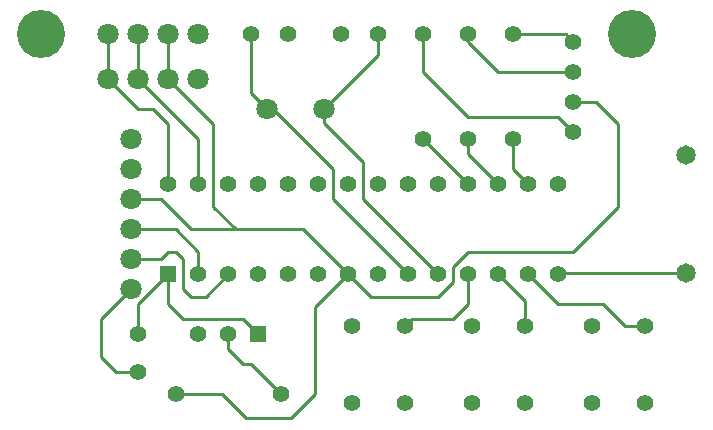
<source format=gtl>
G04 (created by PCBNEW (2013-07-07 BZR 4022)-stable) date 10/06/2014 19:35:49*
%MOIN*%
G04 Gerber Fmt 3.4, Leading zero omitted, Abs format*
%FSLAX34Y34*%
G01*
G70*
G90*
G04 APERTURE LIST*
%ADD10C,0.00590551*%
%ADD11C,0.055*%
%ADD12C,0.065*%
%ADD13R,0.055X0.055*%
%ADD14C,0.0708661*%
%ADD15C,0.16*%
%ADD16C,0.01*%
G04 APERTURE END LIST*
G54D10*
G54D11*
X49750Y-25500D03*
X53250Y-25500D03*
X61000Y-13500D03*
X61000Y-17000D03*
X59500Y-13500D03*
X59500Y-17000D03*
X58000Y-13500D03*
X58000Y-17000D03*
X55614Y-23220D03*
X57386Y-23220D03*
X55614Y-25780D03*
X57386Y-25780D03*
X59614Y-23220D03*
X61386Y-23220D03*
X59614Y-25780D03*
X61386Y-25780D03*
X63614Y-23220D03*
X65386Y-23220D03*
X63614Y-25780D03*
X65386Y-25780D03*
G54D12*
X66750Y-17540D03*
X66750Y-21460D03*
G54D13*
X52500Y-23500D03*
G54D11*
X51500Y-23500D03*
X50500Y-23500D03*
X50500Y-21500D03*
X51500Y-21500D03*
X52500Y-21500D03*
X53500Y-21500D03*
X54500Y-21500D03*
X55500Y-21500D03*
X56500Y-21500D03*
X57500Y-21500D03*
X58500Y-21500D03*
X59500Y-21500D03*
X60500Y-21500D03*
X61500Y-21500D03*
X62500Y-21500D03*
G54D13*
X49500Y-21500D03*
G54D11*
X62500Y-18500D03*
X61500Y-18500D03*
X60500Y-18500D03*
X59500Y-18500D03*
X58500Y-18500D03*
X57500Y-18500D03*
X56500Y-18500D03*
X55500Y-18500D03*
X54500Y-18500D03*
X53500Y-18500D03*
X52500Y-18500D03*
X51500Y-18500D03*
X50500Y-18500D03*
X49500Y-18500D03*
X56500Y-13500D03*
X55250Y-13500D03*
X52250Y-13500D03*
X53500Y-13500D03*
X48500Y-23500D03*
X48500Y-24750D03*
G54D14*
X48250Y-17000D03*
X48250Y-18000D03*
X48250Y-19000D03*
X48250Y-20000D03*
X48250Y-21000D03*
X48250Y-22000D03*
X50500Y-15000D03*
X49500Y-15000D03*
X48500Y-15000D03*
X47500Y-15000D03*
X54700Y-16000D03*
X52800Y-16000D03*
X50500Y-13500D03*
X49500Y-13500D03*
X48500Y-13500D03*
X47500Y-13500D03*
G54D11*
X63000Y-13750D03*
X63000Y-14750D03*
X63000Y-15750D03*
X63000Y-16750D03*
G54D15*
X45250Y-13500D03*
X64950Y-13500D03*
G54D16*
X48250Y-21000D02*
X49250Y-21000D01*
X50750Y-22250D02*
X51500Y-21500D01*
X50250Y-22250D02*
X50750Y-22250D01*
X50000Y-22000D02*
X50250Y-22250D01*
X50000Y-21000D02*
X50000Y-22000D01*
X49750Y-20750D02*
X50000Y-21000D01*
X49500Y-20750D02*
X49750Y-20750D01*
X49250Y-21000D02*
X49500Y-20750D01*
X61386Y-22386D02*
X60500Y-21500D01*
X61386Y-23220D02*
X61386Y-22386D01*
X64720Y-23220D02*
X64000Y-22500D01*
X64000Y-22500D02*
X62500Y-22500D01*
X62500Y-22500D02*
X61500Y-21500D01*
X65386Y-23220D02*
X64720Y-23220D01*
X61000Y-13500D02*
X62750Y-13500D01*
X62750Y-13500D02*
X63000Y-13750D01*
X59500Y-13500D02*
X59500Y-13750D01*
X60500Y-14750D02*
X63000Y-14750D01*
X59500Y-13750D02*
X60500Y-14750D01*
X61000Y-17000D02*
X61000Y-18000D01*
X61000Y-18000D02*
X61500Y-18500D01*
X59500Y-17000D02*
X59500Y-17500D01*
X59500Y-17500D02*
X60500Y-18500D01*
X48500Y-22500D02*
X49500Y-21500D01*
X48500Y-23500D02*
X48500Y-22500D01*
X49500Y-22500D02*
X50000Y-23000D01*
X50000Y-23000D02*
X52000Y-23000D01*
X52000Y-23000D02*
X52500Y-23500D01*
X49500Y-21500D02*
X49500Y-22500D01*
X47500Y-13500D02*
X47500Y-15000D01*
X47500Y-15000D02*
X48500Y-16000D01*
X49500Y-16500D02*
X49500Y-18500D01*
X49000Y-16000D02*
X49500Y-16500D01*
X48500Y-16000D02*
X49000Y-16000D01*
X48250Y-20000D02*
X49750Y-20000D01*
X50500Y-20750D02*
X50500Y-21500D01*
X49750Y-20000D02*
X50500Y-20750D01*
X63000Y-15750D02*
X63750Y-15750D01*
X56250Y-22250D02*
X55500Y-21500D01*
X58500Y-22250D02*
X56250Y-22250D01*
X59000Y-21750D02*
X58500Y-22250D01*
X59000Y-21250D02*
X59000Y-21750D01*
X59500Y-20750D02*
X59000Y-21250D01*
X63000Y-20750D02*
X59500Y-20750D01*
X64500Y-19250D02*
X63000Y-20750D01*
X64500Y-16500D02*
X64500Y-19250D01*
X63750Y-15750D02*
X64500Y-16500D01*
X49500Y-13500D02*
X49500Y-15000D01*
X49500Y-15000D02*
X51000Y-16500D01*
X51000Y-16500D02*
X51000Y-19250D01*
X51000Y-19250D02*
X51750Y-20000D01*
X48250Y-19000D02*
X49250Y-19000D01*
X50250Y-20000D02*
X51750Y-20000D01*
X51750Y-20000D02*
X52500Y-20000D01*
X49250Y-19000D02*
X50250Y-20000D01*
X49750Y-25500D02*
X51300Y-25500D01*
X54400Y-22600D02*
X55500Y-21500D01*
X54400Y-25500D02*
X54400Y-22600D01*
X53600Y-26300D02*
X54400Y-25500D01*
X52100Y-26300D02*
X53600Y-26300D01*
X51300Y-25500D02*
X52100Y-26300D01*
X54000Y-20000D02*
X55500Y-21500D01*
X52500Y-20000D02*
X54000Y-20000D01*
X52800Y-16000D02*
X53000Y-16000D01*
X55000Y-19000D02*
X57500Y-21500D01*
X55000Y-18000D02*
X55000Y-19000D01*
X53000Y-16000D02*
X55000Y-18000D01*
X52250Y-13500D02*
X52250Y-15450D01*
X52250Y-15450D02*
X52800Y-16000D01*
X56500Y-13500D02*
X56500Y-14200D01*
X56500Y-14200D02*
X54700Y-16000D01*
X54700Y-16000D02*
X54700Y-16450D01*
X54700Y-16450D02*
X56000Y-17750D01*
X56000Y-17750D02*
X56000Y-19000D01*
X56000Y-19000D02*
X58500Y-21500D01*
X51500Y-24000D02*
X52000Y-24500D01*
X52000Y-24500D02*
X52250Y-24500D01*
X52250Y-24500D02*
X53250Y-25500D01*
X51500Y-23500D02*
X51500Y-24000D01*
X58000Y-13500D02*
X58000Y-14750D01*
X62500Y-16250D02*
X63000Y-16750D01*
X59500Y-16250D02*
X62500Y-16250D01*
X58000Y-14750D02*
X59500Y-16250D01*
X62540Y-21460D02*
X62500Y-21500D01*
X67000Y-21460D02*
X62540Y-21460D01*
X58000Y-17000D02*
X59500Y-18500D01*
X48500Y-24750D02*
X47750Y-24750D01*
X47250Y-23000D02*
X48250Y-22000D01*
X47250Y-24250D02*
X47250Y-23000D01*
X47750Y-24750D02*
X47250Y-24250D01*
X48500Y-13500D02*
X48500Y-15000D01*
X48500Y-15000D02*
X50500Y-17000D01*
X50500Y-17000D02*
X50500Y-18500D01*
X59500Y-22500D02*
X59000Y-23000D01*
X59000Y-23000D02*
X57606Y-23000D01*
X57606Y-23000D02*
X57386Y-23220D01*
X59500Y-21500D02*
X59500Y-22500D01*
M02*

</source>
